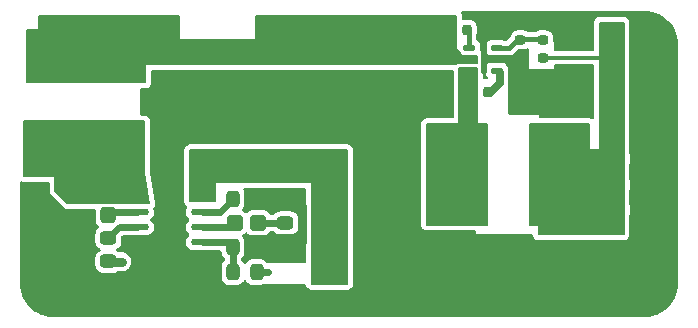
<source format=gtl>
G04 Layer: TopLayer*
G04 EasyEDA Pro v2.2.27.1, 2024-09-15 10:59:50*
G04 Gerber Generator version 0.3*
G04 Scale: 100 percent, Rotated: No, Reflected: No*
G04 Dimensions in millimeters*
G04 Leading zeros omitted, absolute positions, 3 integers and 5 decimals*
%TF.GenerationSoftware,KiCad,Pcbnew,8.0.5*%
%TF.CreationDate,2024-09-28T17:02:44+08:00*%
%TF.ProjectId,DCDC_power_24V-12V-5V,44434443-5f70-46f7-9765-725f3234562d,rev?*%
%TF.SameCoordinates,Original*%
%TF.FileFunction,Copper,L1,Top*%
%TF.FilePolarity,Positive*%
%FSLAX46Y46*%
G04 Gerber Fmt 4.6, Leading zero omitted, Abs format (unit mm)*
G04 Created by KiCad (PCBNEW 8.0.5) date 2024-09-28 17:02:44*
%MOMM*%
%LPD*%
G01*
G04 APERTURE LIST*
G04 Aperture macros list*
%AMRoundRect*
0 Rectangle with rounded corners*
0 $1 Rounding radius*
0 $2 $3 $4 $5 $6 $7 $8 $9 X,Y pos of 4 corners*
0 Add a 4 corners polygon primitive as box body*
4,1,4,$2,$3,$4,$5,$6,$7,$8,$9,$2,$3,0*
0 Add four circle primitives for the rounded corners*
1,1,$1+$1,$2,$3*
1,1,$1+$1,$4,$5*
1,1,$1+$1,$6,$7*
1,1,$1+$1,$8,$9*
0 Add four rect primitives between the rounded corners*
20,1,$1+$1,$2,$3,$4,$5,0*
20,1,$1+$1,$4,$5,$6,$7,0*
20,1,$1+$1,$6,$7,$8,$9,0*
20,1,$1+$1,$8,$9,$2,$3,0*%
G04 Aperture macros list end*
%TA.AperFunction,Conductor*%
%ADD10C,0.180000*%
%TD*%
%TA.AperFunction,Conductor*%
%ADD11C,0.000000*%
%TD*%
%TA.AperFunction,Conductor*%
%ADD12C,0.200000*%
%TD*%
%TA.AperFunction,SMDPad,CuDef*%
%ADD13RoundRect,0.337500X-0.337500X0.367500X-0.337500X-0.367500X0.337500X-0.367500X0.337500X0.367500X0*%
%TD*%
%TA.AperFunction,ComponentPad*%
%ADD14R,1.700000X1.600000*%
%TD*%
%TA.AperFunction,ComponentPad*%
%ADD15C,1.600000*%
%TD*%
%TA.AperFunction,SMDPad,CuDef*%
%ADD16RoundRect,0.201625X-0.201625X-0.230375X0.201625X-0.230375X0.201625X0.230375X-0.201625X0.230375X0*%
%TD*%
%TA.AperFunction,SMDPad,CuDef*%
%ADD17RoundRect,0.337500X0.337500X-0.367500X0.337500X0.367500X-0.337500X0.367500X-0.337500X-0.367500X0*%
%TD*%
%TA.AperFunction,SMDPad,CuDef*%
%ADD18O,2.038000X0.574000*%
%TD*%
%TA.AperFunction,SMDPad,CuDef*%
%ADD19R,2.000000X2.000000*%
%TD*%
%TA.AperFunction,SMDPad,CuDef*%
%ADD20RoundRect,0.337500X0.367500X0.337500X-0.367500X0.337500X-0.367500X-0.337500X0.367500X-0.337500X0*%
%TD*%
%TA.AperFunction,SMDPad,CuDef*%
%ADD21RoundRect,0.283125X-0.283125X-0.405375X0.283125X-0.405375X0.283125X0.405375X-0.283125X0.405375X0*%
%TD*%
%TA.AperFunction,SMDPad,CuDef*%
%ADD22RoundRect,0.200000X-0.200000X-0.250000X0.200000X-0.250000X0.200000X0.250000X-0.200000X0.250000X0*%
%TD*%
%TA.AperFunction,SMDPad,CuDef*%
%ADD23RoundRect,0.200000X0.200000X0.250000X-0.200000X0.250000X-0.200000X-0.250000X0.200000X-0.250000X0*%
%TD*%
%TA.AperFunction,ComponentPad*%
%ADD24R,1.600000X1.700000*%
%TD*%
%TA.AperFunction,SMDPad,CuDef*%
%ADD25RoundRect,0.283125X0.405375X-0.283125X0.405375X0.283125X-0.405375X0.283125X-0.405375X-0.283125X0*%
%TD*%
%TA.AperFunction,SMDPad,CuDef*%
%ADD26RoundRect,0.133000X0.403000X-0.133000X0.403000X0.133000X-0.403000X0.133000X-0.403000X-0.133000X0*%
%TD*%
%TA.AperFunction,SMDPad,CuDef*%
%ADD27RoundRect,0.201625X-0.230375X0.201625X-0.230375X-0.201625X0.230375X-0.201625X0.230375X0.201625X0*%
%TD*%
%TA.AperFunction,SMDPad,CuDef*%
%ADD28RoundRect,1.025000X-1.025000X-1.025000X1.025000X-1.025000X1.025000X1.025000X-1.025000X1.025000X0*%
%TD*%
%TA.AperFunction,SMDPad,CuDef*%
%ADD29RoundRect,0.731000X-0.979000X0.731000X-0.979000X-0.731000X0.979000X-0.731000X0.979000X0.731000X0*%
%TD*%
%TA.AperFunction,SMDPad,CuDef*%
%ADD30RoundRect,0.283125X0.283125X0.405375X-0.283125X0.405375X-0.283125X-0.405375X0.283125X-0.405375X0*%
%TD*%
%TA.AperFunction,SMDPad,CuDef*%
%ADD31RoundRect,0.371250X0.492750X-0.371250X0.492750X0.371250X-0.492750X0.371250X-0.492750X-0.371250X0*%
%TD*%
%TA.AperFunction,SMDPad,CuDef*%
%ADD32RoundRect,0.201625X0.230375X-0.201625X0.230375X0.201625X-0.230375X0.201625X-0.230375X-0.201625X0*%
%TD*%
%TA.AperFunction,SMDPad,CuDef*%
%ADD33RoundRect,0.200000X0.250000X-0.200000X0.250000X0.200000X-0.250000X0.200000X-0.250000X-0.200000X0*%
%TD*%
%TA.AperFunction,ViaPad*%
%ADD34C,0.500000*%
%TD*%
%TA.AperFunction,Conductor*%
%ADD35C,0.762000*%
%TD*%
%TA.AperFunction,Conductor*%
%ADD36C,1.000000*%
%TD*%
%TA.AperFunction,Conductor*%
%ADD37C,0.573990*%
%TD*%
%TA.AperFunction,Conductor*%
%ADD38C,0.500000*%
%TD*%
%TA.AperFunction,Conductor*%
%ADD39C,0.635000*%
%TD*%
%TA.AperFunction,Conductor*%
%ADD40C,0.304800*%
%TD*%
%TA.AperFunction,Conductor*%
%ADD41C,0.381000*%
%TD*%
G04 APERTURE END LIST*
%TO.N,+24V*%
D10*
X80764400Y-89192100D02*
X82864400Y-89192100D01*
X82864400Y-93492100D01*
X80764400Y-93492100D01*
X80764400Y-89192100D01*
%TA.AperFunction,Conductor*%
G36*
X80764400Y-89192100D02*
G01*
X82864400Y-89192100D01*
X82864400Y-93492100D01*
X80764400Y-93492100D01*
X80764400Y-89192100D01*
G37*
%TD.AperFunction*%
D11*
%TA.AperFunction,Conductor*%
%TO.N,/RT7272_SW*%
G36*
X76904400Y-90562100D02*
G01*
X77396900Y-93748300D01*
X70361100Y-93748300D01*
X69268900Y-92656100D01*
X69268900Y-88592100D01*
X69776900Y-88084100D01*
X73332900Y-88084100D01*
X76904400Y-90562100D01*
G37*
%TD.AperFunction*%
%TO.N,+24V*%
D10*
X91064400Y-89192100D02*
X94064400Y-89192100D01*
X94064400Y-100492100D01*
X91064400Y-100492100D01*
X91064400Y-89192100D01*
%TA.AperFunction,Conductor*%
G36*
X91064400Y-89192100D02*
G01*
X94064400Y-89192100D01*
X94064400Y-100492100D01*
X91064400Y-100492100D01*
X91064400Y-89192100D01*
G37*
%TD.AperFunction*%
%TO.N,+12V*%
X67934400Y-77792100D02*
X79814400Y-77792100D01*
X79814400Y-81892100D01*
X67934400Y-81892100D01*
X67934400Y-77792100D01*
%TA.AperFunction,Conductor*%
G36*
X67934400Y-77792100D02*
G01*
X79814400Y-77792100D01*
X79814400Y-81892100D01*
X67934400Y-81892100D01*
X67934400Y-77792100D01*
G37*
%TD.AperFunction*%
D12*
X66994400Y-78972100D02*
X76974400Y-78972100D01*
X76974400Y-83422100D01*
X66994400Y-83422100D01*
X66994400Y-78972100D01*
%TA.AperFunction,Conductor*%
G36*
X66994400Y-78972100D02*
G01*
X76974400Y-78972100D01*
X76974400Y-83422100D01*
X66994400Y-83422100D01*
X66994400Y-78972100D01*
G37*
%TD.AperFunction*%
%TO.N,/MT2492_SW*%
D10*
X103564400Y-82192100D02*
X105064400Y-82192100D01*
X105064400Y-87892100D01*
X103564400Y-87892100D01*
X103564400Y-82192100D01*
%TA.AperFunction,Conductor*%
G36*
X103564400Y-82192100D02*
G01*
X105064400Y-82192100D01*
X105064400Y-87892100D01*
X103564400Y-87892100D01*
X103564400Y-82192100D01*
G37*
%TD.AperFunction*%
%TO.N,+12V*%
X103804400Y-81212100D02*
X103804400Y-81512100D01*
X102704400Y-81512100D01*
X102704400Y-80412100D01*
X103204400Y-80412100D01*
X103804400Y-81212100D01*
%TA.AperFunction,Conductor*%
G36*
X103804400Y-81212100D02*
G01*
X103804400Y-81512100D01*
X102704400Y-81512100D01*
X102704400Y-80412100D01*
X103204400Y-80412100D01*
X103804400Y-81212100D01*
G37*
%TD.AperFunction*%
%TO.N,+5V*%
X109564400Y-86992100D02*
X114534400Y-86992100D01*
X114534400Y-95492100D01*
X109564400Y-95492100D01*
X109564400Y-86992100D01*
%TA.AperFunction,Conductor*%
G36*
X109564400Y-86992100D02*
G01*
X114534400Y-86992100D01*
X114534400Y-95492100D01*
X109564400Y-95492100D01*
X109564400Y-86992100D01*
G37*
%TD.AperFunction*%
%TO.N,+12V*%
X100364400Y-81192100D02*
X105064400Y-81192100D01*
X105064400Y-81792100D01*
X100364400Y-81792100D01*
X100364400Y-81192100D01*
%TA.AperFunction,Conductor*%
G36*
X100364400Y-81192100D02*
G01*
X105064400Y-81192100D01*
X105064400Y-81792100D01*
X100364400Y-81792100D01*
X100364400Y-81192100D01*
G37*
%TD.AperFunction*%
%TO.N,/MT2492_SW*%
X100814400Y-86992100D02*
X105864400Y-86992100D01*
X105864400Y-95492100D01*
X100814400Y-95492100D01*
X100814400Y-86992100D01*
%TA.AperFunction,Conductor*%
G36*
X100814400Y-86992100D02*
G01*
X105864400Y-86992100D01*
X105864400Y-95492100D01*
X100814400Y-95492100D01*
X100814400Y-86992100D01*
G37*
%TD.AperFunction*%
%TO.N,+12V*%
X78164400Y-79892100D02*
X88164400Y-79892100D01*
X88164400Y-81892100D01*
X78164400Y-81892100D01*
X78164400Y-79892100D01*
%TA.AperFunction,Conductor*%
G36*
X78164400Y-79892100D02*
G01*
X88164400Y-79892100D01*
X88164400Y-81892100D01*
X78164400Y-81892100D01*
X78164400Y-79892100D01*
G37*
%TD.AperFunction*%
%TO.N,+5V*%
X115464400Y-78392100D02*
X117464400Y-78392100D01*
X117464400Y-96292100D01*
X115464400Y-96292100D01*
X115464400Y-78392100D01*
%TA.AperFunction,Conductor*%
G36*
X115464400Y-78392100D02*
G01*
X117464400Y-78392100D01*
X117464400Y-96292100D01*
X115464400Y-96292100D01*
X115464400Y-78392100D01*
G37*
%TD.AperFunction*%
%TO.N,+12V*%
X86364400Y-77792100D02*
X103264400Y-77792100D01*
X103264400Y-81892100D01*
X86364400Y-81892100D01*
X86364400Y-77792100D01*
%TA.AperFunction,Conductor*%
G36*
X86364400Y-77792100D02*
G01*
X103264400Y-77792100D01*
X103264400Y-81892100D01*
X86364400Y-81892100D01*
X86364400Y-77792100D01*
G37*
%TD.AperFunction*%
%TO.N,+5V*%
X110264400Y-89192100D02*
X117464400Y-89192100D01*
X117464400Y-96292100D01*
X110264400Y-96292100D01*
X110264400Y-89192100D01*
%TA.AperFunction,Conductor*%
G36*
X110264400Y-89192100D02*
G01*
X117464400Y-89192100D01*
X117464400Y-96292100D01*
X110264400Y-96292100D01*
X110264400Y-89192100D01*
G37*
%TD.AperFunction*%
%TO.N,+24V*%
X80764400Y-89192100D02*
X94064400Y-89192100D01*
X94064400Y-91892100D01*
X80764400Y-91892100D01*
X80764400Y-89192100D01*
%TA.AperFunction,Conductor*%
G36*
X80764400Y-89192100D02*
G01*
X94064400Y-89192100D01*
X94064400Y-91892100D01*
X80764400Y-91892100D01*
X80764400Y-89192100D01*
G37*
%TD.AperFunction*%
%TO.N,/RT7272_SW*%
D12*
X66744400Y-86752100D02*
X76904400Y-86752100D01*
X76904400Y-91372100D01*
X66744400Y-91372100D01*
X66744400Y-86752100D01*
%TA.AperFunction,Conductor*%
G36*
X66744400Y-86752100D02*
G01*
X76904400Y-86752100D01*
X76904400Y-91372100D01*
X66744400Y-91372100D01*
X66744400Y-86752100D01*
G37*
%TD.AperFunction*%
%TD*%
D13*
%TO.P,C6,1,1*%
%TO.N,+12V*%
X78947900Y-81291100D03*
%TO.P,C6,2,2*%
%TO.N,GND*%
X78947900Y-83291100D03*
%TD*%
D14*
%TO.P,H2,1,1*%
%TO.N,GND*%
X90524400Y-83562100D03*
D15*
%TO.P,H2,2,2*%
%TO.N,+12V*%
X90524400Y-81022100D03*
%TO.P,H2,3,3*%
%TO.N,GND*%
X93064400Y-83562100D03*
%TO.P,H2,4,4*%
%TO.N,+12V*%
X93064400Y-81022100D03*
%TO.P,H2,5,5*%
%TO.N,GND*%
X95604400Y-83562100D03*
%TO.P,H2,6,6*%
%TO.N,+12V*%
X95604400Y-81022100D03*
%TD*%
D16*
%TO.P,R7,1,1*%
%TO.N,+12V*%
X102710900Y-78992100D03*
%TO.P,R7,2,2*%
%TO.N,/MT2492_EN*%
X104217900Y-78992100D03*
%TD*%
D13*
%TO.P,C3,1,1*%
%TO.N,GND*%
X81784400Y-87831323D03*
%TO.P,C3,2,2*%
%TO.N,+24V*%
X81784400Y-89831323D03*
%TD*%
D17*
%TO.P,C12,1,1*%
%TO.N,GND*%
X100510400Y-83172300D03*
%TO.P,C12,2,2*%
%TO.N,+12V*%
X100510400Y-81172300D03*
%TD*%
D18*
%TO.P,U1,1,SW*%
%TO.N,/RT7272_SW*%
X76278900Y-93164100D03*
%TO.P,U1,2,BOOT*%
%TO.N,/RT7272_BOOT*%
X76278900Y-94434100D03*
%TO.P,U1,3,EN*%
%TO.N,/RT7272_EN*%
X76278900Y-95704100D03*
%TO.P,U1,4,GND*%
%TO.N,GND*%
X76278900Y-96974100D03*
%TO.P,U1,5,FB*%
%TO.N,/RT7272_FB*%
X81816900Y-96974100D03*
%TO.P,U1,6,COMP*%
%TO.N,/RT7272_COMP*%
X81816900Y-95704100D03*
%TO.P,U1,7,RLIM*%
%TO.N,/RT7272_RLIM*%
X81816900Y-94434100D03*
%TO.P,U1,8,VIN*%
%TO.N,+24V*%
X81816900Y-93164100D03*
D19*
%TO.P,U1,9,EPAD*%
%TO.N,GND*%
X79047900Y-95069100D03*
%TD*%
D20*
%TO.P,C15,1,1*%
%TO.N,GND*%
X118864400Y-94244516D03*
%TO.P,C15,2,2*%
%TO.N,+5V*%
X116864400Y-94244516D03*
%TD*%
D21*
%TO.P,R4,1,1*%
%TO.N,/RT7272_FB*%
X84397900Y-99514100D03*
%TO.P,R4,2,2*%
%TO.N,+12V*%
X86397900Y-99514100D03*
%TD*%
D22*
%TO.P,C14,1,1*%
%TO.N,/MT2492_SW*%
X104610400Y-84286100D03*
%TO.P,C14,2,2*%
%TO.N,/MT2492_BS*%
X106010400Y-84286100D03*
%TD*%
D23*
%TO.P,C18,1,1*%
%TO.N,GND*%
X118564400Y-87892100D03*
%TO.P,C18,2,2*%
%TO.N,+5V*%
X117164400Y-87892100D03*
%TD*%
D24*
%TO.P,H3,1,1*%
%TO.N,GND*%
X119134400Y-85032100D03*
D15*
%TO.P,H3,2,2*%
%TO.N,+5V*%
X116594400Y-85032100D03*
%TO.P,H3,3,3*%
%TO.N,GND*%
X119134400Y-82492100D03*
%TO.P,H3,4,4*%
%TO.N,+5V*%
X116594400Y-82492100D03*
%TO.P,H3,5,5*%
%TO.N,GND*%
X119134400Y-79952100D03*
%TO.P,H3,6,6*%
%TO.N,+5V*%
X116594400Y-79952100D03*
%TD*%
D25*
%TO.P,R2,1,1*%
%TO.N,+24V*%
X73840900Y-98609100D03*
%TO.P,R2,2,2*%
%TO.N,/RT7272_EN*%
X73840900Y-96609100D03*
%TD*%
D26*
%TO.P,U2,1,BS*%
%TO.N,/MT2492_BS*%
X106713400Y-82442100D03*
%TO.P,U2,2,GND*%
%TO.N,GND*%
X106713400Y-81492100D03*
%TO.P,U2,3,FB*%
%TO.N,/MT2492_FB*%
X106713400Y-80542100D03*
%TO.P,U2,4,EN*%
%TO.N,/MT2492_EN*%
X104415400Y-80542100D03*
%TO.P,U2,5,IN*%
%TO.N,+12V*%
X104415400Y-81492100D03*
%TO.P,U2,6,SW*%
%TO.N,/MT2492_SW*%
X104415400Y-82442100D03*
%TD*%
D17*
%TO.P,C11,1,1*%
%TO.N,GND*%
X98464400Y-83192100D03*
%TO.P,C11,2,2*%
%TO.N,+12V*%
X98464400Y-81192100D03*
%TD*%
D13*
%TO.P,C8,1,1*%
%TO.N,+12V*%
X83011900Y-81291100D03*
%TO.P,C8,2,2*%
%TO.N,GND*%
X83011900Y-83291100D03*
%TD*%
D27*
%TO.P,R8,1,1*%
%TO.N,/MT2492_FB*%
X110644400Y-79849600D03*
%TO.P,R8,2,2*%
%TO.N,+5V*%
X110644400Y-81356600D03*
%TD*%
D20*
%TO.P,C16,1,1*%
%TO.N,GND*%
X118864400Y-92092100D03*
%TO.P,C16,2,2*%
%TO.N,+5V*%
X116864400Y-92092100D03*
%TD*%
D13*
%TO.P,C9,1,1*%
%TO.N,+12V*%
X85064400Y-81292100D03*
%TO.P,C9,2,2*%
%TO.N,GND*%
X85064400Y-83292100D03*
%TD*%
D28*
%TO.P,L2,1,1*%
%TO.N,/MT2492_SW*%
X102914400Y-91242100D03*
%TO.P,L2,2,2*%
%TO.N,+5V*%
X112414400Y-91242100D03*
%TD*%
D13*
%TO.P,C7,1,1*%
%TO.N,+12V*%
X80979900Y-81291100D03*
%TO.P,C7,2,2*%
%TO.N,GND*%
X80979900Y-83291100D03*
%TD*%
D29*
%TO.P,L1,1,1*%
%TO.N,/RT7272_SW*%
X71808900Y-89941100D03*
%TO.P,L1,2,2*%
%TO.N,+12V*%
X71808900Y-80385100D03*
%TD*%
D30*
%TO.P,R5,1,1*%
%TO.N,GND*%
X86397900Y-97355100D03*
%TO.P,R5,2,2*%
%TO.N,/RT7272_FB*%
X84397900Y-97355100D03*
%TD*%
D31*
%TO.P,C2,1,1*%
%TO.N,+24V*%
X84229900Y-89915823D03*
%TO.P,C2,2,2*%
%TO.N,GND*%
X84229900Y-86730823D03*
%TD*%
%TO.P,C1,1,1*%
%TO.N,+24V*%
X86864400Y-89915823D03*
%TO.P,C1,2,2*%
%TO.N,GND*%
X86864400Y-86730823D03*
%TD*%
D32*
%TO.P,R9,1,1*%
%TO.N,GND*%
X108739400Y-81356600D03*
%TO.P,R9,2,2*%
%TO.N,/MT2492_FB*%
X108739400Y-79849600D03*
%TD*%
D33*
%TO.P,C13,1,1*%
%TO.N,GND*%
X102421800Y-82892100D03*
%TO.P,C13,2,2*%
%TO.N,+12V*%
X102421800Y-81492100D03*
%TD*%
D13*
%TO.P,C10,1,1*%
%TO.N,+12V*%
X87164400Y-81292100D03*
%TO.P,C10,2,2*%
%TO.N,GND*%
X87164400Y-83292100D03*
%TD*%
D30*
%TO.P,R3,1,1*%
%TO.N,GND*%
X86397900Y-93291100D03*
%TO.P,R3,2,2*%
%TO.N,/RT7272_RLIM*%
X84397900Y-93291100D03*
%TD*%
D20*
%TO.P,C17,1,1*%
%TO.N,GND*%
X118864400Y-89892100D03*
%TO.P,C17,2,2*%
%TO.N,+5V*%
X116864400Y-89892100D03*
%TD*%
D25*
%TO.P,R1,1,1*%
%TO.N,GND*%
X88826900Y-97339100D03*
%TO.P,R1,2,2*%
%TO.N,/1*%
X88826900Y-95339100D03*
%TD*%
D20*
%TO.P,C4,1,1*%
%TO.N,/1*%
X86524900Y-95323100D03*
%TO.P,C4,2,2*%
%TO.N,/RT7272_COMP*%
X84524900Y-95323100D03*
%TD*%
D13*
%TO.P,C5,1,1*%
%TO.N,/RT7272_SW*%
X73840900Y-92672100D03*
%TO.P,C5,2,2*%
%TO.N,/RT7272_BOOT*%
X73840900Y-94672100D03*
%TD*%
D24*
%TO.P,H1,1,1*%
%TO.N,GND*%
X95434400Y-99032100D03*
D15*
%TO.P,H1,2,2*%
%TO.N,+24V*%
X92894400Y-99032100D03*
%TO.P,H1,3,3*%
%TO.N,GND*%
X95434400Y-96492100D03*
%TO.P,H1,4,4*%
%TO.N,+24V*%
X92894400Y-96492100D03*
%TO.P,H1,5,5*%
%TO.N,GND*%
X95434400Y-93952100D03*
%TO.P,H1,6,6*%
%TO.N,+24V*%
X92894400Y-93952100D03*
%TD*%
D34*
%TO.N,+24V*%
X75009300Y-98625100D03*
%TO.N,GND*%
X89994400Y-86602100D03*
X84508384Y-85492100D03*
X78864400Y-96992100D03*
X78314400Y-91342100D03*
X101424400Y-101842100D03*
X101714400Y-84342100D03*
X78547770Y-95569230D03*
X120114400Y-93704600D03*
X86620416Y-85492100D03*
X80414400Y-88192100D03*
X79547770Y-95569230D03*
X77714400Y-84537320D03*
X120114400Y-91429600D03*
X78314400Y-92398116D03*
X83452368Y-85492100D03*
X118376900Y-95542100D03*
X85564400Y-85492100D03*
X70944400Y-101842100D03*
X67134400Y-98032100D03*
X86184400Y-86602100D03*
X82614400Y-86542100D03*
X105234400Y-98032100D03*
X79664400Y-93398116D03*
X106656600Y-79192100D03*
X112854400Y-98032100D03*
X79547770Y-94569230D03*
X97614400Y-94222100D03*
X97164400Y-84342100D03*
X79664400Y-91286084D03*
X81938464Y-84537320D03*
X102564400Y-83792100D03*
X77714400Y-82842100D03*
X78770416Y-84537320D03*
X79920416Y-96992100D03*
X100576900Y-84342100D03*
X120114400Y-94842100D03*
X105234400Y-101842100D03*
X109044400Y-98032100D03*
X107764400Y-81466700D03*
X82994480Y-84537320D03*
X101424400Y-98032100D03*
X67134400Y-94222100D03*
X74754400Y-101842100D03*
X78564400Y-86602100D03*
X109044400Y-82792100D03*
X86162528Y-84537320D03*
X112854400Y-82792100D03*
X84050496Y-84537320D03*
X81558384Y-86542100D03*
X87582300Y-96694700D03*
X97614400Y-90412100D03*
X87218548Y-84537320D03*
X105691400Y-81415900D03*
X70944400Y-98032100D03*
X120474400Y-101842100D03*
X89994400Y-94222100D03*
X80502368Y-86542100D03*
X67134400Y-101842100D03*
X105691400Y-79231500D03*
X97614400Y-101842100D03*
X82374400Y-101842100D03*
X109044400Y-101842100D03*
X118514400Y-86842100D03*
X80882448Y-84537320D03*
X120474400Y-98032100D03*
X97614400Y-98032100D03*
X97614400Y-86602100D03*
X112854400Y-101842100D03*
X99439400Y-84342100D03*
X87676436Y-85492100D03*
X116664400Y-98032100D03*
X78564400Y-101842100D03*
X120114400Y-90292100D03*
X77808384Y-96992100D03*
X79826432Y-84537320D03*
X107545600Y-79192100D03*
X78314400Y-90286084D03*
X89994400Y-101842100D03*
X119714400Y-88492100D03*
X85106512Y-84537320D03*
X116664400Y-101842100D03*
X78547770Y-94569230D03*
X119714400Y-87354600D03*
X93804400Y-86602100D03*
X97164400Y-82842100D03*
X105691400Y-82584300D03*
X120114400Y-92567100D03*
X98301900Y-84342100D03*
X89994400Y-98032100D03*
X93804400Y-101842100D03*
X79664400Y-92342100D03*
X86184400Y-101842100D03*
%TO.N,+12V*%
X87379100Y-99539500D03*
%TD*%
D35*
%TO.N,+24V*%
X73840900Y-98609150D02*
X73856850Y-98625100D01*
X73856850Y-98625100D02*
X75009300Y-98625100D01*
D36*
%TO.N,GND*%
X102022800Y-83291100D02*
X102421800Y-82892100D01*
X95434400Y-99032100D02*
X95434400Y-83732100D01*
D37*
X89985850Y-97339150D02*
X90350900Y-96974100D01*
X90350900Y-96974100D02*
X90350900Y-93926100D01*
D36*
X119134400Y-93092100D02*
X119134400Y-96172100D01*
D37*
X89715900Y-93291100D02*
X90350900Y-93926100D01*
D36*
X81784400Y-87831323D02*
X86255177Y-87831323D01*
X86255177Y-87831323D02*
X90524400Y-83562100D01*
X119134400Y-96172100D02*
X116274400Y-99032100D01*
D38*
X107713600Y-81415900D02*
X107764400Y-81466700D01*
D37*
X88810950Y-97355100D02*
X88826900Y-97339150D01*
D36*
X116274400Y-99032100D02*
X95434400Y-99032100D01*
D38*
X107764400Y-81466700D02*
X107764400Y-81492100D01*
D37*
X86397950Y-97355100D02*
X88810950Y-97355100D01*
D38*
X105691400Y-81415900D02*
X105691400Y-79231500D01*
X105691400Y-81415900D02*
X107713600Y-81415900D01*
D36*
X95434400Y-83732100D02*
X95604400Y-83562100D01*
D38*
X105691400Y-82584300D02*
X105691400Y-81415900D01*
D36*
X79047900Y-89208600D02*
X80425177Y-87831323D01*
D37*
X86397950Y-93291100D02*
X89715900Y-93291100D01*
D38*
X107764400Y-81492100D02*
X109064400Y-82792100D01*
D36*
X78947900Y-83291100D02*
X102022800Y-83291100D01*
X119134400Y-79952100D02*
X119134400Y-93092100D01*
D38*
X109064400Y-82792100D02*
X112854400Y-82792100D01*
D36*
X80425177Y-87831323D02*
X81784400Y-87831323D01*
X119134400Y-93092100D02*
X119134400Y-93974516D01*
X79047900Y-95069100D02*
X79047900Y-89208600D01*
D37*
X88826900Y-97339150D02*
X89985850Y-97339150D01*
D36*
X119134400Y-93974516D02*
X118864400Y-94244516D01*
D37*
%TO.N,/RT7272_COMP*%
X81816910Y-95704100D02*
X84143880Y-95704100D01*
X84143880Y-95704100D02*
X84524880Y-95323100D01*
%TO.N,/RT7272_BOOT*%
X74078920Y-94434100D02*
X76278890Y-94434100D01*
X73840900Y-94672120D02*
X74078920Y-94434100D01*
%TO.N,+12V*%
X86423350Y-99539500D02*
X87379100Y-99539500D01*
X86397950Y-99514100D02*
X86423350Y-99539500D01*
D39*
%TO.N,/MT2492_BS*%
X106964400Y-82635100D02*
X106964400Y-83532130D01*
X106964400Y-83532130D02*
X106210420Y-84286100D01*
D40*
%TO.N,+5V*%
X110644400Y-81356600D02*
X115458900Y-81356600D01*
D37*
%TO.N,/RT7272_EN*%
X74697910Y-95816520D02*
X74810330Y-95704100D01*
X74810330Y-95704100D02*
X76278890Y-95704100D01*
X74633430Y-95816520D02*
X74697910Y-95816520D01*
X73840900Y-96609050D02*
X74633430Y-95816520D01*
%TO.N,/RT7272_RLIM*%
X83254850Y-94434100D02*
X84397850Y-93291100D01*
X81816910Y-94434100D02*
X83254850Y-94434100D01*
%TO.N,/RT7272_FB*%
X84016850Y-96974100D02*
X84397850Y-97355100D01*
X81816910Y-96974100D02*
X84016850Y-96974100D01*
X84397850Y-99514100D02*
X84397850Y-97355100D01*
D41*
%TO.N,/MT2492_EN*%
X104415400Y-80542100D02*
X104415400Y-79189600D01*
X104164400Y-80542090D02*
X104149210Y-80526900D01*
%TO.N,/MT2492_FB*%
X107784410Y-80542090D02*
X106964400Y-80542090D01*
X108523320Y-79803180D02*
X107784410Y-80542090D01*
X110644400Y-79803180D02*
X108523320Y-79803180D01*
D37*
%TO.N,/1*%
X86524920Y-95323100D02*
X88810950Y-95323100D01*
X88810950Y-95323100D02*
X88826900Y-95339050D01*
%TD*%
%TA.AperFunction,Conductor*%
%TO.N,GND*%
G36*
X90516939Y-92402285D02*
G01*
X90562694Y-92455089D01*
X90573900Y-92506600D01*
X90573900Y-98618100D01*
X90554215Y-98685139D01*
X90501411Y-98730894D01*
X90449900Y-98742100D01*
X87328161Y-98742100D01*
X87261122Y-98722415D01*
X87228752Y-98689144D01*
X87227746Y-98689933D01*
X87223116Y-98684024D01*
X87105725Y-98566633D01*
X87105721Y-98566630D01*
X86963655Y-98480749D01*
X86963651Y-98480747D01*
X86805157Y-98431359D01*
X86805159Y-98431359D01*
X86782197Y-98429272D01*
X86736279Y-98425100D01*
X86736275Y-98425100D01*
X86059513Y-98425100D01*
X85990649Y-98431357D01*
X85990642Y-98431359D01*
X85832148Y-98480747D01*
X85832144Y-98480749D01*
X85690078Y-98566630D01*
X85690074Y-98566633D01*
X85572683Y-98684024D01*
X85572680Y-98684028D01*
X85504017Y-98797613D01*
X85452490Y-98844801D01*
X85383630Y-98856640D01*
X85319302Y-98829372D01*
X85291783Y-98797613D01*
X85223119Y-98684028D01*
X85223117Y-98684026D01*
X85223116Y-98684024D01*
X85121663Y-98582571D01*
X85088179Y-98521248D01*
X85085345Y-98494890D01*
X85085345Y-98374309D01*
X85105030Y-98307270D01*
X85121664Y-98286628D01*
X85153378Y-98254914D01*
X85223116Y-98185176D01*
X85309001Y-98043104D01*
X85358391Y-97884607D01*
X85364650Y-97815729D01*
X85364649Y-96894472D01*
X85364649Y-96894463D01*
X85358392Y-96825599D01*
X85358391Y-96825596D01*
X85358391Y-96825593D01*
X85309001Y-96667096D01*
X85264376Y-96593276D01*
X85223119Y-96525028D01*
X85223116Y-96525024D01*
X85209492Y-96511400D01*
X85176007Y-96450077D01*
X85180991Y-96380385D01*
X85222863Y-96324452D01*
X85232063Y-96318188D01*
X85353250Y-96243440D01*
X85437219Y-96159471D01*
X85498542Y-96125986D01*
X85568234Y-96130970D01*
X85612581Y-96159471D01*
X85696550Y-96243440D01*
X85843384Y-96334008D01*
X86007147Y-96388274D01*
X86108223Y-96398600D01*
X86941576Y-96398599D01*
X87042653Y-96388274D01*
X87206416Y-96334008D01*
X87353250Y-96243440D01*
X87475240Y-96121450D01*
X87487977Y-96100799D01*
X87507285Y-96069498D01*
X87559233Y-96022773D01*
X87612823Y-96010595D01*
X87791740Y-96010595D01*
X87858779Y-96030280D01*
X87879421Y-96046913D01*
X87879433Y-96046925D01*
X87879434Y-96046926D01*
X87996824Y-96164316D01*
X87996826Y-96164317D01*
X87996828Y-96164319D01*
X88138894Y-96250200D01*
X88138898Y-96250202D01*
X88194961Y-96267671D01*
X88297393Y-96299591D01*
X88366271Y-96305850D01*
X89287528Y-96305849D01*
X89287535Y-96305849D01*
X89356400Y-96299592D01*
X89356401Y-96299591D01*
X89356407Y-96299591D01*
X89514904Y-96250201D01*
X89656976Y-96164316D01*
X89774366Y-96046926D01*
X89860251Y-95904854D01*
X89909641Y-95746357D01*
X89915900Y-95677479D01*
X89915899Y-95000722D01*
X89915899Y-95000713D01*
X89909642Y-94931849D01*
X89909641Y-94931846D01*
X89909641Y-94931843D01*
X89860251Y-94773346D01*
X89856042Y-94766383D01*
X89774369Y-94631278D01*
X89774366Y-94631274D01*
X89656975Y-94513883D01*
X89656971Y-94513880D01*
X89514905Y-94427999D01*
X89514901Y-94427997D01*
X89356407Y-94378609D01*
X89356409Y-94378609D01*
X89333447Y-94376522D01*
X89287529Y-94372350D01*
X89287525Y-94372350D01*
X88366263Y-94372350D01*
X88297399Y-94378607D01*
X88297392Y-94378609D01*
X88138898Y-94427997D01*
X88138894Y-94427999D01*
X87996828Y-94513880D01*
X87911421Y-94599287D01*
X87850097Y-94632771D01*
X87823740Y-94635605D01*
X87612823Y-94635605D01*
X87545784Y-94615920D01*
X87507285Y-94576702D01*
X87475242Y-94524753D01*
X87475239Y-94524749D01*
X87353251Y-94402761D01*
X87353250Y-94402760D01*
X87206416Y-94312192D01*
X87042653Y-94257926D01*
X87042651Y-94257925D01*
X86941578Y-94247600D01*
X86108230Y-94247600D01*
X86108213Y-94247601D01*
X86007147Y-94257925D01*
X85843384Y-94312192D01*
X85843381Y-94312193D01*
X85696548Y-94402761D01*
X85612581Y-94486729D01*
X85551258Y-94520214D01*
X85481566Y-94515230D01*
X85437219Y-94486729D01*
X85353250Y-94402760D01*
X85353246Y-94402757D01*
X85232076Y-94328018D01*
X85185351Y-94276070D01*
X85174130Y-94207108D01*
X85201973Y-94143026D01*
X85209472Y-94134819D01*
X85223116Y-94121176D01*
X85250211Y-94076356D01*
X85274548Y-94036097D01*
X85309001Y-93979104D01*
X85358391Y-93820607D01*
X85364650Y-93751729D01*
X85364649Y-92830472D01*
X85364649Y-92830471D01*
X85364649Y-92830463D01*
X85358392Y-92761599D01*
X85358391Y-92761596D01*
X85358391Y-92761593D01*
X85309001Y-92603096D01*
X85299098Y-92586714D01*
X85289447Y-92570749D01*
X85271611Y-92503195D01*
X85293129Y-92436721D01*
X85347170Y-92392434D01*
X85395564Y-92382600D01*
X90449900Y-92382600D01*
X90516939Y-92402285D01*
G37*
%TD.AperFunction*%
%TA.AperFunction,Conductor*%
G36*
X119267872Y-77392795D02*
G01*
X119570903Y-77409813D01*
X119584701Y-77411367D01*
X119880480Y-77461622D01*
X119894034Y-77464715D01*
X119985012Y-77490926D01*
X120182327Y-77547772D01*
X120195451Y-77552365D01*
X120472622Y-77667172D01*
X120485144Y-77673201D01*
X120687584Y-77785086D01*
X120747728Y-77818327D01*
X120759502Y-77825725D01*
X121004189Y-77999339D01*
X121015057Y-78008007D01*
X121238752Y-78207915D01*
X121248584Y-78217747D01*
X121448492Y-78441442D01*
X121457163Y-78452314D01*
X121630774Y-78696997D01*
X121638172Y-78708771D01*
X121783294Y-78971348D01*
X121789327Y-78983877D01*
X121904134Y-79261048D01*
X121908727Y-79274172D01*
X121991783Y-79562463D01*
X121994877Y-79576020D01*
X122045130Y-79871788D01*
X122046687Y-79885606D01*
X122063705Y-80188627D01*
X122063900Y-80195580D01*
X122063900Y-100488619D01*
X122063705Y-100495572D01*
X122046687Y-100798593D01*
X122045130Y-100812411D01*
X121994877Y-101108179D01*
X121991783Y-101121736D01*
X121908727Y-101410027D01*
X121904134Y-101423151D01*
X121789327Y-101700322D01*
X121783294Y-101712851D01*
X121638172Y-101975428D01*
X121630774Y-101987202D01*
X121457163Y-102231885D01*
X121448492Y-102242757D01*
X121248584Y-102466452D01*
X121238752Y-102476284D01*
X121015057Y-102676192D01*
X121004185Y-102684863D01*
X120759502Y-102858474D01*
X120747728Y-102865872D01*
X120485151Y-103010994D01*
X120472622Y-103017027D01*
X120195451Y-103131834D01*
X120182327Y-103136427D01*
X119894036Y-103219483D01*
X119880479Y-103222577D01*
X119584711Y-103272830D01*
X119570893Y-103274387D01*
X119267872Y-103291405D01*
X119260919Y-103291600D01*
X69167881Y-103291600D01*
X69160928Y-103291405D01*
X68857906Y-103274387D01*
X68844088Y-103272830D01*
X68548320Y-103222577D01*
X68534763Y-103219483D01*
X68246472Y-103136427D01*
X68233348Y-103131834D01*
X67956177Y-103017027D01*
X67943648Y-103010994D01*
X67681071Y-102865872D01*
X67669297Y-102858474D01*
X67424614Y-102684863D01*
X67413742Y-102676192D01*
X67190047Y-102476284D01*
X67180215Y-102466452D01*
X66980307Y-102242757D01*
X66971636Y-102231885D01*
X66798025Y-101987202D01*
X66790627Y-101975428D01*
X66645505Y-101712851D01*
X66639472Y-101700322D01*
X66524665Y-101423151D01*
X66520072Y-101410027D01*
X66437016Y-101121736D01*
X66433922Y-101108179D01*
X66414430Y-100993456D01*
X66383667Y-100812401D01*
X66382113Y-100798603D01*
X66365095Y-100495572D01*
X66364900Y-100488619D01*
X66364900Y-91945698D01*
X66384585Y-91878659D01*
X66437389Y-91832904D01*
X66506547Y-91822960D01*
X66543540Y-91835764D01*
X66543700Y-91835380D01*
X66550159Y-91838055D01*
X66550903Y-91838312D01*
X66551214Y-91838492D01*
X66678508Y-91872600D01*
X66810292Y-91872600D01*
X68739400Y-91872600D01*
X68806439Y-91892285D01*
X68852194Y-91945089D01*
X68863400Y-91996600D01*
X68863400Y-92656100D01*
X68868392Y-92719534D01*
X68907597Y-92840193D01*
X68907598Y-92840194D01*
X68982164Y-92942828D01*
X70074371Y-94035035D01*
X70075611Y-94036094D01*
X70122753Y-94076356D01*
X70185761Y-94108460D01*
X70235796Y-94133954D01*
X70337519Y-94150065D01*
X70361100Y-94153800D01*
X72641400Y-94153800D01*
X72708439Y-94173485D01*
X72754194Y-94226289D01*
X72765400Y-94277800D01*
X72765400Y-95088769D01*
X72765401Y-95088786D01*
X72775725Y-95189852D01*
X72829992Y-95353615D01*
X72829993Y-95353618D01*
X72920561Y-95500451D01*
X73020164Y-95600054D01*
X73053649Y-95661377D01*
X73048665Y-95731069D01*
X73014850Y-95777302D01*
X73016128Y-95778580D01*
X72893433Y-95901274D01*
X72893430Y-95901278D01*
X72807549Y-96043344D01*
X72807547Y-96043348D01*
X72758159Y-96201841D01*
X72751900Y-96270724D01*
X72751900Y-96947486D01*
X72758157Y-97016350D01*
X72758159Y-97016357D01*
X72807547Y-97174851D01*
X72807549Y-97174855D01*
X72893430Y-97316921D01*
X72893433Y-97316925D01*
X73010824Y-97434316D01*
X73010828Y-97434319D01*
X73124413Y-97502983D01*
X73171601Y-97554510D01*
X73183440Y-97623370D01*
X73156172Y-97687698D01*
X73124413Y-97715217D01*
X73010828Y-97783880D01*
X73010824Y-97783883D01*
X72893433Y-97901274D01*
X72893430Y-97901278D01*
X72807549Y-98043344D01*
X72807547Y-98043348D01*
X72758160Y-98201840D01*
X72758159Y-98201840D01*
X72758159Y-98201843D01*
X72753337Y-98254914D01*
X72751900Y-98270724D01*
X72751900Y-98947486D01*
X72758157Y-99016350D01*
X72758159Y-99016357D01*
X72807547Y-99174851D01*
X72807549Y-99174855D01*
X72893430Y-99316921D01*
X72893433Y-99316925D01*
X73010824Y-99434316D01*
X73010828Y-99434319D01*
X73152894Y-99520200D01*
X73152898Y-99520202D01*
X73208961Y-99537671D01*
X73311393Y-99569591D01*
X73380271Y-99575850D01*
X74301528Y-99575849D01*
X74301535Y-99575849D01*
X74370400Y-99569592D01*
X74370401Y-99569591D01*
X74370407Y-99569591D01*
X74528904Y-99520201D01*
X74670976Y-99434316D01*
X74670982Y-99434309D01*
X74672667Y-99432991D01*
X74674139Y-99432404D01*
X74677396Y-99430436D01*
X74677723Y-99430977D01*
X74737579Y-99407140D01*
X74749143Y-99406600D01*
X75086273Y-99406600D01*
X75187846Y-99386395D01*
X75237255Y-99376567D01*
X75379479Y-99317656D01*
X75507477Y-99232130D01*
X75616330Y-99123277D01*
X75701856Y-98995279D01*
X75760767Y-98853055D01*
X75785067Y-98730894D01*
X75790800Y-98702073D01*
X75790800Y-98548126D01*
X75760768Y-98397150D01*
X75760767Y-98397149D01*
X75760767Y-98397145D01*
X75740349Y-98347851D01*
X75701859Y-98254927D01*
X75701852Y-98254914D01*
X75616330Y-98126923D01*
X75616327Y-98126919D01*
X75507480Y-98018072D01*
X75507476Y-98018069D01*
X75379485Y-97932547D01*
X75379472Y-97932540D01*
X75237259Y-97873634D01*
X75237249Y-97873631D01*
X75086273Y-97843600D01*
X75086271Y-97843600D01*
X74782054Y-97843600D01*
X74715015Y-97823915D01*
X74694373Y-97807281D01*
X74670975Y-97783883D01*
X74670971Y-97783880D01*
X74557386Y-97715217D01*
X74510198Y-97663690D01*
X74498359Y-97594831D01*
X74525627Y-97530502D01*
X74557386Y-97502983D01*
X74670971Y-97434319D01*
X74670970Y-97434319D01*
X74670976Y-97434316D01*
X74788366Y-97316926D01*
X74874251Y-97174854D01*
X74923641Y-97016357D01*
X74929900Y-96947479D01*
X74929899Y-96547418D01*
X74949583Y-96480380D01*
X75002387Y-96434625D01*
X75006403Y-96432876D01*
X75023561Y-96425770D01*
X75043431Y-96412492D01*
X75110109Y-96391615D01*
X75112323Y-96391595D01*
X75473013Y-96391595D01*
X75473113Y-96391600D01*
X75479187Y-96391600D01*
X77078614Y-96391600D01*
X77078615Y-96391599D01*
X77134995Y-96380385D01*
X77211428Y-96365182D01*
X77211431Y-96365180D01*
X77211436Y-96365180D01*
X77336554Y-96313355D01*
X77449156Y-96238116D01*
X77544916Y-96142356D01*
X77620155Y-96029754D01*
X77671980Y-95904636D01*
X77675967Y-95884595D01*
X77698399Y-95771817D01*
X77698400Y-95771814D01*
X77698400Y-95636386D01*
X77698399Y-95636382D01*
X77671982Y-95503571D01*
X77671979Y-95503562D01*
X77670690Y-95500451D01*
X77620155Y-95378446D01*
X77544916Y-95265844D01*
X77544913Y-95265840D01*
X77449159Y-95170086D01*
X77444448Y-95166220D01*
X77445875Y-95164480D01*
X77407525Y-95118598D01*
X77398812Y-95049274D01*
X77428962Y-94986244D01*
X77444853Y-94972474D01*
X77444448Y-94971980D01*
X77449152Y-94968118D01*
X77449156Y-94968116D01*
X77544916Y-94872356D01*
X77620155Y-94759754D01*
X77671980Y-94634636D01*
X77672664Y-94631200D01*
X77693837Y-94524753D01*
X77698400Y-94501813D01*
X77698400Y-94366387D01*
X77676826Y-94257925D01*
X77671982Y-94233571D01*
X77671980Y-94233566D01*
X77671980Y-94233564D01*
X77648934Y-94177927D01*
X77641466Y-94108460D01*
X77672741Y-94045981D01*
X77676145Y-94042467D01*
X77682559Y-94036099D01*
X77682563Y-94036097D01*
X77757516Y-93933736D01*
X77797169Y-93813224D01*
X77797641Y-93686356D01*
X77406355Y-91154954D01*
X77404900Y-91136012D01*
X77404900Y-89127524D01*
X80273900Y-89127524D01*
X80273900Y-93556675D01*
X80307326Y-93681427D01*
X80310172Y-93686356D01*
X80371902Y-93793274D01*
X80463226Y-93884598D01*
X80465464Y-93885890D01*
X80466972Y-93887472D01*
X80469675Y-93889546D01*
X80469351Y-93889967D01*
X80513679Y-93936456D01*
X80526903Y-94005063D01*
X80506567Y-94062166D01*
X80475645Y-94108445D01*
X80475642Y-94108450D01*
X80423820Y-94233562D01*
X80423817Y-94233571D01*
X80397400Y-94366382D01*
X80397400Y-94501817D01*
X80423817Y-94634628D01*
X80423820Y-94634637D01*
X80475642Y-94759749D01*
X80475643Y-94759751D01*
X80550883Y-94872355D01*
X80550886Y-94872359D01*
X80646640Y-94968113D01*
X80651352Y-94971980D01*
X80649927Y-94973715D01*
X80688286Y-95019630D01*
X80696982Y-95088956D01*
X80666816Y-95151978D01*
X80650947Y-95165727D01*
X80651352Y-95166220D01*
X80646640Y-95170086D01*
X80550886Y-95265840D01*
X80550883Y-95265844D01*
X80475643Y-95378448D01*
X80475642Y-95378450D01*
X80423820Y-95503562D01*
X80423817Y-95503571D01*
X80397400Y-95636382D01*
X80397400Y-95771817D01*
X80423817Y-95904628D01*
X80423820Y-95904637D01*
X80475642Y-96029749D01*
X80475643Y-96029751D01*
X80550883Y-96142355D01*
X80550886Y-96142359D01*
X80646640Y-96238113D01*
X80651352Y-96241980D01*
X80649927Y-96243715D01*
X80688286Y-96289630D01*
X80696982Y-96358956D01*
X80666816Y-96421978D01*
X80650947Y-96435727D01*
X80651352Y-96436220D01*
X80646640Y-96440086D01*
X80550886Y-96535840D01*
X80550883Y-96535844D01*
X80475643Y-96648448D01*
X80475642Y-96648450D01*
X80423820Y-96773562D01*
X80423817Y-96773571D01*
X80397400Y-96906382D01*
X80397400Y-97041817D01*
X80423817Y-97174628D01*
X80423820Y-97174637D01*
X80475642Y-97299749D01*
X80475643Y-97299751D01*
X80550883Y-97412355D01*
X80550886Y-97412359D01*
X80646640Y-97508113D01*
X80646644Y-97508116D01*
X80759246Y-97583355D01*
X80759247Y-97583355D01*
X80759248Y-97583356D01*
X80759250Y-97583357D01*
X80842658Y-97617905D01*
X80884364Y-97635180D01*
X80884366Y-97635180D01*
X80884371Y-97635182D01*
X81017182Y-97661599D01*
X81017186Y-97661600D01*
X81017187Y-97661600D01*
X82622687Y-97661600D01*
X82622787Y-97661595D01*
X83307151Y-97661595D01*
X83374190Y-97681280D01*
X83419945Y-97734084D01*
X83431151Y-97785595D01*
X83431151Y-97815736D01*
X83437407Y-97884600D01*
X83437409Y-97884607D01*
X83486797Y-98043101D01*
X83486799Y-98043105D01*
X83572680Y-98185171D01*
X83572683Y-98185175D01*
X83674036Y-98286528D01*
X83707521Y-98347851D01*
X83710355Y-98374209D01*
X83710355Y-98494991D01*
X83690670Y-98562030D01*
X83674036Y-98582672D01*
X83572683Y-98684024D01*
X83572680Y-98684028D01*
X83486799Y-98826094D01*
X83486797Y-98826098D01*
X83437409Y-98984591D01*
X83431150Y-99053474D01*
X83431150Y-99974736D01*
X83437407Y-100043600D01*
X83437409Y-100043607D01*
X83486797Y-100202101D01*
X83486799Y-100202105D01*
X83572680Y-100344171D01*
X83572683Y-100344175D01*
X83690074Y-100461566D01*
X83690078Y-100461569D01*
X83832144Y-100547450D01*
X83832148Y-100547452D01*
X83887143Y-100564589D01*
X83990643Y-100596841D01*
X84059521Y-100603100D01*
X84736278Y-100603099D01*
X84736285Y-100603099D01*
X84805150Y-100596842D01*
X84805151Y-100596841D01*
X84805157Y-100596841D01*
X84963654Y-100547451D01*
X85105726Y-100461566D01*
X85223116Y-100344176D01*
X85291783Y-100230585D01*
X85343310Y-100183398D01*
X85412169Y-100171559D01*
X85476498Y-100198827D01*
X85504017Y-100230586D01*
X85572680Y-100344171D01*
X85572683Y-100344175D01*
X85690074Y-100461566D01*
X85690078Y-100461569D01*
X85832144Y-100547450D01*
X85832148Y-100547452D01*
X85887143Y-100564589D01*
X85990643Y-100596841D01*
X86059521Y-100603100D01*
X86736278Y-100603099D01*
X86736285Y-100603099D01*
X86805150Y-100596842D01*
X86805151Y-100596841D01*
X86805157Y-100596841D01*
X86963654Y-100547451D01*
X86996244Y-100527749D01*
X87025635Y-100509983D01*
X87089784Y-100492100D01*
X90461449Y-100492100D01*
X90528488Y-100511785D01*
X90574243Y-100564589D01*
X90581221Y-100584001D01*
X90607326Y-100681426D01*
X90671902Y-100793274D01*
X90763226Y-100884598D01*
X90875074Y-100949174D01*
X90999824Y-100982600D01*
X90999826Y-100982600D01*
X94128974Y-100982600D01*
X94128976Y-100982600D01*
X94253726Y-100949174D01*
X94365574Y-100884598D01*
X94456898Y-100793274D01*
X94521474Y-100681426D01*
X94554900Y-100556676D01*
X94554900Y-89127524D01*
X94521474Y-89002774D01*
X94456898Y-88890926D01*
X94365574Y-88799602D01*
X94309650Y-88767314D01*
X94253727Y-88735026D01*
X94191351Y-88718313D01*
X94128976Y-88701600D01*
X80828976Y-88701600D01*
X80699824Y-88701600D01*
X80575072Y-88735026D01*
X80463226Y-88799602D01*
X80463223Y-88799604D01*
X80371904Y-88890923D01*
X80371902Y-88890926D01*
X80307326Y-89002772D01*
X80273900Y-89127524D01*
X77404900Y-89127524D01*
X77404900Y-86686210D01*
X77404900Y-86686208D01*
X77370792Y-86558914D01*
X77304900Y-86444786D01*
X77211714Y-86351600D01*
X77154650Y-86318654D01*
X77097587Y-86285708D01*
X77033939Y-86268654D01*
X76970292Y-86251600D01*
X76970291Y-86251600D01*
X76688400Y-86251600D01*
X76621361Y-86231915D01*
X76575606Y-86179111D01*
X76564400Y-86127600D01*
X76564400Y-84046600D01*
X76584085Y-83979561D01*
X76636889Y-83933806D01*
X76688400Y-83922600D01*
X77040290Y-83922600D01*
X77040292Y-83922600D01*
X77167586Y-83888492D01*
X77281714Y-83822600D01*
X77374900Y-83729414D01*
X77440792Y-83615286D01*
X77474900Y-83487992D01*
X77474900Y-82506600D01*
X77494585Y-82439561D01*
X77547389Y-82393806D01*
X77598900Y-82382600D01*
X78099824Y-82382600D01*
X78228976Y-82382600D01*
X78429862Y-82382600D01*
X78455825Y-82385348D01*
X78460136Y-82386270D01*
X78460147Y-82386274D01*
X78561223Y-82396600D01*
X79334576Y-82396599D01*
X79334584Y-82396598D01*
X79334587Y-82396598D01*
X79425863Y-82387274D01*
X79435653Y-82386274D01*
X79435654Y-82386273D01*
X79439978Y-82385348D01*
X79465938Y-82382600D01*
X79749824Y-82382600D01*
X79878976Y-82382600D01*
X80461862Y-82382600D01*
X80487825Y-82385348D01*
X80492136Y-82386270D01*
X80492147Y-82386274D01*
X80593223Y-82396600D01*
X81366576Y-82396599D01*
X81366584Y-82396598D01*
X81366587Y-82396598D01*
X81457863Y-82387274D01*
X81467653Y-82386274D01*
X81467654Y-82386273D01*
X81471978Y-82385348D01*
X81497938Y-82382600D01*
X82493862Y-82382600D01*
X82519825Y-82385348D01*
X82524136Y-82386270D01*
X82524147Y-82386274D01*
X82625223Y-82396600D01*
X83398576Y-82396599D01*
X83398584Y-82396598D01*
X83398587Y-82396598D01*
X83489863Y-82387274D01*
X83499653Y-82386274D01*
X83499654Y-82386273D01*
X83503978Y-82385348D01*
X83529938Y-82382600D01*
X84542533Y-82382600D01*
X84569785Y-82386997D01*
X84570030Y-82385857D01*
X84576645Y-82387273D01*
X84576647Y-82387274D01*
X84677723Y-82397600D01*
X85451076Y-82397599D01*
X85451084Y-82397598D01*
X85451087Y-82397598D01*
X85462208Y-82396461D01*
X85552153Y-82387274D01*
X85552161Y-82387271D01*
X85558772Y-82385857D01*
X85559016Y-82386997D01*
X85586267Y-82382600D01*
X86299824Y-82382600D01*
X86428976Y-82382600D01*
X86642533Y-82382600D01*
X86669785Y-82386997D01*
X86670030Y-82385857D01*
X86676645Y-82387273D01*
X86676647Y-82387274D01*
X86777723Y-82397600D01*
X87551076Y-82397599D01*
X87551084Y-82397598D01*
X87551087Y-82397598D01*
X87562208Y-82396461D01*
X87652153Y-82387274D01*
X87652161Y-82387271D01*
X87658772Y-82385857D01*
X87659016Y-82386997D01*
X87686267Y-82382600D01*
X88099824Y-82382600D01*
X88228976Y-82382600D01*
X102949900Y-82382600D01*
X103016939Y-82402285D01*
X103062694Y-82455089D01*
X103073900Y-82506600D01*
X103073900Y-86377600D01*
X103054215Y-86444639D01*
X103001411Y-86490394D01*
X102949900Y-86501600D01*
X100749824Y-86501600D01*
X100625072Y-86535026D01*
X100513226Y-86599602D01*
X100513223Y-86599604D01*
X100421904Y-86690923D01*
X100421902Y-86690926D01*
X100357326Y-86802772D01*
X100323900Y-86927524D01*
X100323900Y-95556675D01*
X100357326Y-95681427D01*
X100385988Y-95731069D01*
X100421902Y-95793274D01*
X100513226Y-95884598D01*
X100625074Y-95949174D01*
X100749824Y-95982600D01*
X100878976Y-95982600D01*
X104881600Y-95982600D01*
X104948639Y-96002285D01*
X104994394Y-96055089D01*
X105005600Y-96106600D01*
X105005600Y-96292100D01*
X109661449Y-96292100D01*
X109728488Y-96311785D01*
X109774243Y-96364589D01*
X109781221Y-96384001D01*
X109807326Y-96481426D01*
X109871902Y-96593274D01*
X109963226Y-96684598D01*
X110075074Y-96749174D01*
X110199824Y-96782600D01*
X110199826Y-96782600D01*
X117528974Y-96782600D01*
X117528976Y-96782600D01*
X117653726Y-96749174D01*
X117765574Y-96684598D01*
X117856898Y-96593274D01*
X117921474Y-96481426D01*
X117954900Y-96356676D01*
X117954900Y-94766383D01*
X117959297Y-94739130D01*
X117958157Y-94738886D01*
X117959574Y-94732267D01*
X117969891Y-94631278D01*
X117969900Y-94631193D01*
X117969899Y-93857840D01*
X117959574Y-93756763D01*
X117959573Y-93756759D01*
X117958157Y-93750141D01*
X117959294Y-93749897D01*
X117954900Y-93722647D01*
X117954900Y-92613967D01*
X117959297Y-92586714D01*
X117958157Y-92586470D01*
X117959574Y-92579851D01*
X117960504Y-92570749D01*
X117969900Y-92478777D01*
X117969899Y-91705424D01*
X117959574Y-91604347D01*
X117959573Y-91604343D01*
X117958157Y-91597725D01*
X117959294Y-91597481D01*
X117954900Y-91570231D01*
X117954900Y-90413967D01*
X117959297Y-90386714D01*
X117958157Y-90386470D01*
X117959574Y-90379851D01*
X117969899Y-90278784D01*
X117969900Y-90278777D01*
X117969899Y-89505424D01*
X117959574Y-89404347D01*
X117959573Y-89404343D01*
X117958157Y-89397725D01*
X117959294Y-89397481D01*
X117954900Y-89370231D01*
X117954900Y-88265545D01*
X117955961Y-88249359D01*
X117964899Y-88181468D01*
X117964900Y-88181461D01*
X117964899Y-87602740D01*
X117955961Y-87534842D01*
X117954900Y-87518658D01*
X117954900Y-78327526D01*
X117954900Y-78327524D01*
X117921474Y-78202774D01*
X117856898Y-78090926D01*
X117765574Y-77999602D01*
X117709650Y-77967314D01*
X117653727Y-77935026D01*
X117591351Y-77918313D01*
X117528976Y-77901600D01*
X115528976Y-77901600D01*
X115399824Y-77901600D01*
X115275072Y-77935026D01*
X115163226Y-77999602D01*
X115163223Y-77999604D01*
X115071904Y-78090923D01*
X115071902Y-78090926D01*
X115007326Y-78202772D01*
X114973900Y-78327524D01*
X114973900Y-80679700D01*
X114954215Y-80746739D01*
X114901411Y-80792494D01*
X114849900Y-80803700D01*
X111708200Y-80803700D01*
X111641161Y-80784015D01*
X111595406Y-80731211D01*
X111584200Y-80679700D01*
X111584200Y-80044300D01*
X111577257Y-80037357D01*
X111533861Y-80024615D01*
X111488106Y-79971811D01*
X111476900Y-79920300D01*
X111476900Y-79608514D01*
X111476899Y-79608500D01*
X111470838Y-79562463D01*
X111461402Y-79490789D01*
X111400730Y-79344314D01*
X111400729Y-79344313D01*
X111400729Y-79344312D01*
X111367105Y-79300492D01*
X111304216Y-79218534D01*
X111241326Y-79170277D01*
X111178437Y-79122020D01*
X111105198Y-79091684D01*
X111031961Y-79061348D01*
X111017246Y-79059410D01*
X110914249Y-79045850D01*
X110914242Y-79045850D01*
X110374558Y-79045850D01*
X110374550Y-79045850D01*
X110256839Y-79061348D01*
X110256838Y-79061348D01*
X110110367Y-79122018D01*
X110110364Y-79122020D01*
X110026259Y-79186556D01*
X109961090Y-79211750D01*
X109950773Y-79212180D01*
X109433027Y-79212180D01*
X109365988Y-79192495D01*
X109357541Y-79186556D01*
X109273436Y-79122020D01*
X109273433Y-79122018D01*
X109273432Y-79122018D01*
X109207068Y-79094529D01*
X109126961Y-79061348D01*
X109112246Y-79059410D01*
X109009249Y-79045850D01*
X109009242Y-79045850D01*
X108469558Y-79045850D01*
X108469550Y-79045850D01*
X108351839Y-79061348D01*
X108351838Y-79061348D01*
X108205362Y-79122020D01*
X108079584Y-79218534D01*
X107983070Y-79344312D01*
X107922398Y-79490788D01*
X107922398Y-79490790D01*
X107916140Y-79538321D01*
X107887873Y-79602218D01*
X107880883Y-79609816D01*
X107575927Y-79914772D01*
X107514606Y-79948256D01*
X107488248Y-79951090D01*
X107432789Y-79951090D01*
X107387299Y-79942445D01*
X107380333Y-79939698D01*
X107380332Y-79939697D01*
X107274070Y-79897793D01*
X107243899Y-79885895D01*
X107158168Y-79875600D01*
X106268632Y-79875600D01*
X106182901Y-79885895D01*
X106182900Y-79885895D01*
X106046465Y-79939698D01*
X105929611Y-80028311D01*
X105840998Y-80145165D01*
X105787195Y-80281600D01*
X105787195Y-80281601D01*
X105776900Y-80367331D01*
X105776900Y-80716868D01*
X105787195Y-80802598D01*
X105787195Y-80802599D01*
X105840998Y-80939034D01*
X105929611Y-81055888D01*
X106046465Y-81144501D01*
X106046468Y-81144503D01*
X106182899Y-81198304D01*
X106268632Y-81208600D01*
X107158168Y-81208600D01*
X107243901Y-81198304D01*
X107380332Y-81144503D01*
X107380333Y-81144501D01*
X107387350Y-81141735D01*
X107432840Y-81133090D01*
X107698992Y-81133090D01*
X107699008Y-81133091D01*
X107706604Y-81133091D01*
X107862213Y-81133091D01*
X107862216Y-81133091D01*
X108012528Y-81092815D01*
X108076487Y-81055888D01*
X108147293Y-81015008D01*
X108257328Y-80904973D01*
X108257328Y-80904971D01*
X108267529Y-80894771D01*
X108267532Y-80894766D01*
X108472632Y-80689666D01*
X108533954Y-80656184D01*
X108560312Y-80653350D01*
X109009235Y-80653350D01*
X109009242Y-80653350D01*
X109126961Y-80637852D01*
X109273436Y-80577180D01*
X109273442Y-80577174D01*
X109277299Y-80574949D01*
X109345199Y-80558476D01*
X109411226Y-80581328D01*
X109454417Y-80636249D01*
X109463300Y-80682336D01*
X109463300Y-82304900D01*
X111584200Y-82304900D01*
X111584200Y-82033500D01*
X111603885Y-81966461D01*
X111656689Y-81920706D01*
X111708200Y-81909500D01*
X114849900Y-81909500D01*
X114916939Y-81929185D01*
X114962694Y-81981989D01*
X114973900Y-82033500D01*
X114973900Y-86464689D01*
X114954215Y-86531728D01*
X114901411Y-86577483D01*
X114832253Y-86587427D01*
X114787900Y-86572076D01*
X114723729Y-86535027D01*
X114723726Y-86535026D01*
X114598976Y-86501600D01*
X114598975Y-86501600D01*
X110388400Y-86501600D01*
X110321361Y-86481915D01*
X110275606Y-86429111D01*
X110264400Y-86377600D01*
X110264400Y-86216500D01*
X107847400Y-86216500D01*
X107780361Y-86196815D01*
X107734606Y-86144011D01*
X107723400Y-86092500D01*
X107723400Y-83168500D01*
X107718719Y-83163819D01*
X107685234Y-83102496D01*
X107682400Y-83076138D01*
X107682400Y-82564382D01*
X107682399Y-82564378D01*
X107653620Y-82419692D01*
X107654126Y-82419591D01*
X107649900Y-82391093D01*
X107649900Y-82267331D01*
X107644962Y-82226213D01*
X107639604Y-82181599D01*
X107585803Y-82045168D01*
X107553655Y-82002774D01*
X107497188Y-81928311D01*
X107380334Y-81839698D01*
X107380332Y-81839697D01*
X107312116Y-81812796D01*
X107243899Y-81785895D01*
X107158168Y-81775600D01*
X106268632Y-81775600D01*
X106182901Y-81785895D01*
X106182900Y-81785895D01*
X106046465Y-81839698D01*
X105929611Y-81928311D01*
X105840998Y-82045165D01*
X105840995Y-82045171D01*
X105794136Y-82163997D01*
X105751230Y-82219141D01*
X105685322Y-82242334D01*
X105617338Y-82226213D01*
X105568862Y-82175896D01*
X105555842Y-82134688D01*
X105554900Y-82127537D01*
X105554900Y-82127524D01*
X105527212Y-82024188D01*
X105527212Y-81960011D01*
X105554900Y-81856676D01*
X105554900Y-81127524D01*
X105521474Y-81002774D01*
X105456898Y-80890926D01*
X105387116Y-80821144D01*
X105353631Y-80759821D01*
X105351774Y-80720569D01*
X105351679Y-80720564D01*
X105351732Y-80719676D01*
X105351684Y-80718664D01*
X105351900Y-80716868D01*
X105351900Y-80367332D01*
X105341604Y-80281599D01*
X105287803Y-80145168D01*
X105287801Y-80145165D01*
X105199188Y-80028311D01*
X105082331Y-79939696D01*
X105074938Y-79935539D01*
X105075947Y-79933742D01*
X105029756Y-79897793D01*
X105006572Y-79831882D01*
X105006400Y-79825358D01*
X105006400Y-79385903D01*
X105007461Y-79369717D01*
X105019589Y-79277600D01*
X105021650Y-79261942D01*
X105021650Y-78722258D01*
X105006152Y-78604539D01*
X104945480Y-78458064D01*
X104945479Y-78458063D01*
X104945479Y-78458062D01*
X104911855Y-78414242D01*
X104848966Y-78332284D01*
X104786076Y-78284027D01*
X104723187Y-78235770D01*
X104643522Y-78202772D01*
X104576711Y-78175098D01*
X104561996Y-78173160D01*
X104458999Y-78159600D01*
X104458992Y-78159600D01*
X103976808Y-78159600D01*
X103976800Y-78159600D01*
X103901836Y-78169470D01*
X103895085Y-78170358D01*
X103826050Y-78159594D01*
X103773794Y-78113214D01*
X103754900Y-78047420D01*
X103754900Y-77727526D01*
X103754900Y-77727524D01*
X103721474Y-77602774D01*
X103721473Y-77602773D01*
X103721473Y-77602771D01*
X103707518Y-77578602D01*
X103691044Y-77510702D01*
X103713895Y-77444675D01*
X103768816Y-77401483D01*
X103814904Y-77392600D01*
X119224518Y-77392600D01*
X119260919Y-77392600D01*
X119267872Y-77392795D01*
G37*
%TD.AperFunction*%
%TA.AperFunction,Conductor*%
G36*
X105760103Y-82672277D02*
G01*
X105794253Y-82720498D01*
X105840997Y-82839032D01*
X105840998Y-82839034D01*
X105929613Y-82955890D01*
X105930542Y-82956819D01*
X105931119Y-82957876D01*
X105934737Y-82962647D01*
X105934020Y-82963190D01*
X105964027Y-83018142D01*
X105959043Y-83087834D01*
X105917171Y-83143767D01*
X105851707Y-83168184D01*
X105842861Y-83168500D01*
X105678900Y-83168500D01*
X105611861Y-83148815D01*
X105566106Y-83096011D01*
X105554900Y-83044500D01*
X105554900Y-82765990D01*
X105574585Y-82698951D01*
X105627389Y-82653196D01*
X105696547Y-82643252D01*
X105760103Y-82672277D01*
G37*
%TD.AperFunction*%
%TD*%
M02*

</source>
